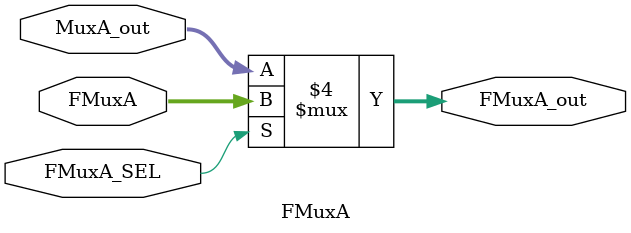
<source format=sv>
`timescale 1ns / 1ps


module FMuxA(
    input [31:0] FMuxA,
    input [31:0] MuxA_out,
    input FMuxA_SEL,
    output logic [31:0] FMuxA_out
    );
    
    always_comb begin
    
        if(FMuxA_SEL == 1) begin
            FMuxA_out = FMuxA;
        end
        else begin
            FMuxA_out = MuxA_out;
        end
    
    end
    
endmodule
    
</source>
